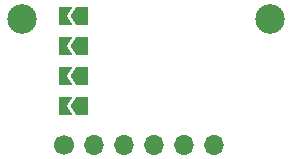
<source format=gbr>
%TF.GenerationSoftware,KiCad,Pcbnew,(6.0.5)*%
%TF.CreationDate,2022-07-17T01:21:54-05:00*%
%TF.ProjectId,ADS1219,41445331-3231-4392-9e6b-696361645f70,4*%
%TF.SameCoordinates,Original*%
%TF.FileFunction,Soldermask,Bot*%
%TF.FilePolarity,Negative*%
%FSLAX46Y46*%
G04 Gerber Fmt 4.6, Leading zero omitted, Abs format (unit mm)*
G04 Created by KiCad (PCBNEW (6.0.5)) date 2022-07-17 01:21:54*
%MOMM*%
%LPD*%
G01*
G04 APERTURE LIST*
G04 Aperture macros list*
%AMFreePoly0*
4,1,6,0.500000,-0.750000,-0.650000,-0.750000,-0.150000,0.000000,-0.650000,0.750000,0.500000,0.750000,0.500000,-0.750000,0.500000,-0.750000,$1*%
%AMFreePoly1*
4,1,6,1.000000,0.000000,0.500000,-0.750000,-0.500000,-0.750000,-0.500000,0.750000,0.500000,0.750000,1.000000,0.000000,1.000000,0.000000,$1*%
G04 Aperture macros list end*
%ADD10C,2.500000*%
%ADD11O,1.700000X1.700000*%
%ADD12C,1.700000*%
%ADD13FreePoly0,180.000000*%
%ADD14FreePoly1,180.000000*%
G04 APERTURE END LIST*
D10*
%TO.C,H2*%
X182000000Y-77000000D03*
%TD*%
%TO.C,H1*%
X161000000Y-77000000D03*
%TD*%
D11*
%TO.C,J2*%
X177320000Y-87716000D03*
X174780000Y-87716000D03*
X172240000Y-87716000D03*
X169700000Y-87716000D03*
X167160000Y-87716000D03*
D12*
X164620000Y-87716000D03*
%TD*%
D13*
%TO.C,JP5*%
X164625000Y-76794000D03*
D14*
X166075000Y-76794000D03*
%TD*%
D13*
%TO.C,JP7*%
X164657000Y-81874000D03*
D14*
X166107000Y-81874000D03*
%TD*%
D13*
%TO.C,JP8*%
X164657000Y-84414000D03*
D14*
X166107000Y-84414000D03*
%TD*%
D13*
%TO.C,JP6*%
X164657000Y-79334000D03*
D14*
X166107000Y-79334000D03*
%TD*%
M02*

</source>
